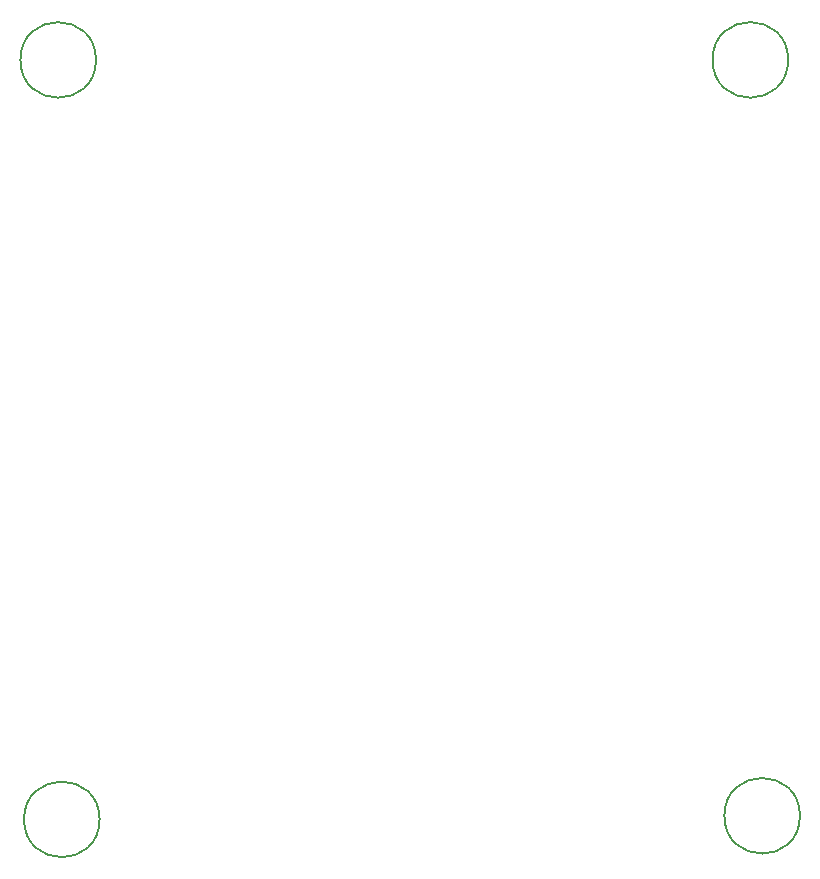
<source format=gbr>
%TF.GenerationSoftware,KiCad,Pcbnew,7.0.10-7.0.10~ubuntu22.04.1*%
%TF.CreationDate,2024-02-12T01:26:09+01:00*%
%TF.ProjectId,screw_terminal_breakout_board_esp32,73637265-775f-4746-9572-6d696e616c5f,rev?*%
%TF.SameCoordinates,Original*%
%TF.FileFunction,Other,Comment*%
%FSLAX46Y46*%
G04 Gerber Fmt 4.6, Leading zero omitted, Abs format (unit mm)*
G04 Created by KiCad (PCBNEW 7.0.10-7.0.10~ubuntu22.04.1) date 2024-02-12 01:26:09*
%MOMM*%
%LPD*%
G01*
G04 APERTURE LIST*
%ADD10C,0.150000*%
G04 APERTURE END LIST*
D10*
%TO.C,H4*%
X113280000Y-60080000D02*
G75*
G03*
X106880000Y-60080000I-3200000J0D01*
G01*
X106880000Y-60080000D02*
G75*
G03*
X113280000Y-60080000I3200000J0D01*
G01*
%TO.C,H3*%
X171880000Y-60080000D02*
G75*
G03*
X165480000Y-60080000I-3200000J0D01*
G01*
X165480000Y-60080000D02*
G75*
G03*
X171880000Y-60080000I3200000J0D01*
G01*
%TO.C,H2*%
X113582944Y-124382944D02*
G75*
G03*
X107182944Y-124382944I-3200000J0D01*
G01*
X107182944Y-124382944D02*
G75*
G03*
X113582944Y-124382944I3200000J0D01*
G01*
%TO.C,H1*%
X172880000Y-124080000D02*
G75*
G03*
X166480000Y-124080000I-3200000J0D01*
G01*
X166480000Y-124080000D02*
G75*
G03*
X172880000Y-124080000I3200000J0D01*
G01*
%TD*%
M02*

</source>
